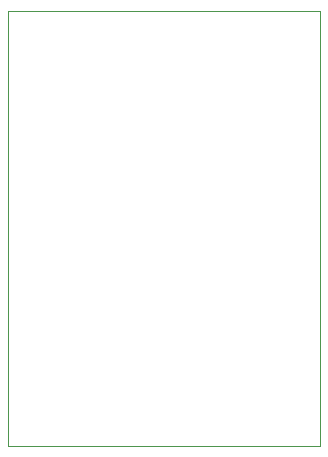
<source format=gm1>
G04 #@! TF.GenerationSoftware,KiCad,Pcbnew,8.0.6*
G04 #@! TF.CreationDate,2024-11-13T16:27:34-08:00*
G04 #@! TF.ProjectId,snes_switching_regulator,736e6573-5f73-4776-9974-6368696e675f,A*
G04 #@! TF.SameCoordinates,Original*
G04 #@! TF.FileFunction,Profile,NP*
%FSLAX46Y46*%
G04 Gerber Fmt 4.6, Leading zero omitted, Abs format (unit mm)*
G04 Created by KiCad (PCBNEW 8.0.6) date 2024-11-13 16:27:34*
%MOMM*%
%LPD*%
G01*
G04 APERTURE LIST*
G04 #@! TA.AperFunction,Profile*
%ADD10C,0.050000*%
G04 #@! TD*
G04 APERTURE END LIST*
D10*
X122809000Y-100457000D02*
X149225000Y-100457000D01*
X149225000Y-137287000D01*
X122809000Y-137287000D01*
X122809000Y-100457000D01*
M02*

</source>
